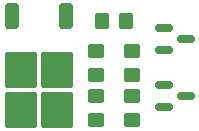
<source format=gbr>
%TF.GenerationSoftware,KiCad,Pcbnew,7.0.2*%
%TF.CreationDate,2023-09-29T19:18:40+02:00*%
%TF.ProjectId,crowbar,63726f77-6261-4722-9e6b-696361645f70,rev?*%
%TF.SameCoordinates,Original*%
%TF.FileFunction,Paste,Bot*%
%TF.FilePolarity,Positive*%
%FSLAX46Y46*%
G04 Gerber Fmt 4.6, Leading zero omitted, Abs format (unit mm)*
G04 Created by KiCad (PCBNEW 7.0.2) date 2023-09-29 19:18:40*
%MOMM*%
%LPD*%
G01*
G04 APERTURE LIST*
G04 Aperture macros list*
%AMRoundRect*
0 Rectangle with rounded corners*
0 $1 Rounding radius*
0 $2 $3 $4 $5 $6 $7 $8 $9 X,Y pos of 4 corners*
0 Add a 4 corners polygon primitive as box body*
4,1,4,$2,$3,$4,$5,$6,$7,$8,$9,$2,$3,0*
0 Add four circle primitives for the rounded corners*
1,1,$1+$1,$2,$3*
1,1,$1+$1,$4,$5*
1,1,$1+$1,$6,$7*
1,1,$1+$1,$8,$9*
0 Add four rect primitives between the rounded corners*
20,1,$1+$1,$2,$3,$4,$5,0*
20,1,$1+$1,$4,$5,$6,$7,0*
20,1,$1+$1,$6,$7,$8,$9,0*
20,1,$1+$1,$8,$9,$2,$3,0*%
G04 Aperture macros list end*
%ADD10RoundRect,0.150000X-0.587500X-0.150000X0.587500X-0.150000X0.587500X0.150000X-0.587500X0.150000X0*%
%ADD11RoundRect,0.250000X-0.450000X0.350000X-0.450000X-0.350000X0.450000X-0.350000X0.450000X0.350000X0*%
%ADD12RoundRect,0.250000X0.350000X0.450000X-0.350000X0.450000X-0.350000X-0.450000X0.350000X-0.450000X0*%
%ADD13RoundRect,0.250000X-0.350000X0.850000X-0.350000X-0.850000X0.350000X-0.850000X0.350000X0.850000X0*%
%ADD14RoundRect,0.250000X-1.125000X1.275000X-1.125000X-1.275000X1.125000X-1.275000X1.125000X1.275000X0*%
G04 APERTURE END LIST*
D10*
%TO.C,U2*%
X110647000Y-71054000D03*
X110647000Y-69154000D03*
X112522000Y-70104000D03*
%TD*%
%TO.C,U1*%
X110647000Y-75880000D03*
X110647000Y-73980000D03*
X112522000Y-74930000D03*
%TD*%
D11*
%TO.C,R5*%
X107950000Y-74930000D03*
X107950000Y-76930000D03*
%TD*%
%TO.C,R4*%
X107950000Y-71120000D03*
X107950000Y-73120000D03*
%TD*%
%TO.C,R3*%
X104902000Y-74930000D03*
X104902000Y-76930000D03*
%TD*%
%TO.C,R2*%
X104902000Y-71120000D03*
X104902000Y-73120000D03*
%TD*%
D12*
%TO.C,R1*%
X107442000Y-68580000D03*
X105442000Y-68580000D03*
%TD*%
D13*
%TO.C,D1*%
X97796000Y-68122000D03*
X102356000Y-68122000D03*
D14*
X101601000Y-76097000D03*
X98551000Y-72747000D03*
X98551000Y-76097000D03*
X101601000Y-72747000D03*
%TD*%
M02*

</source>
